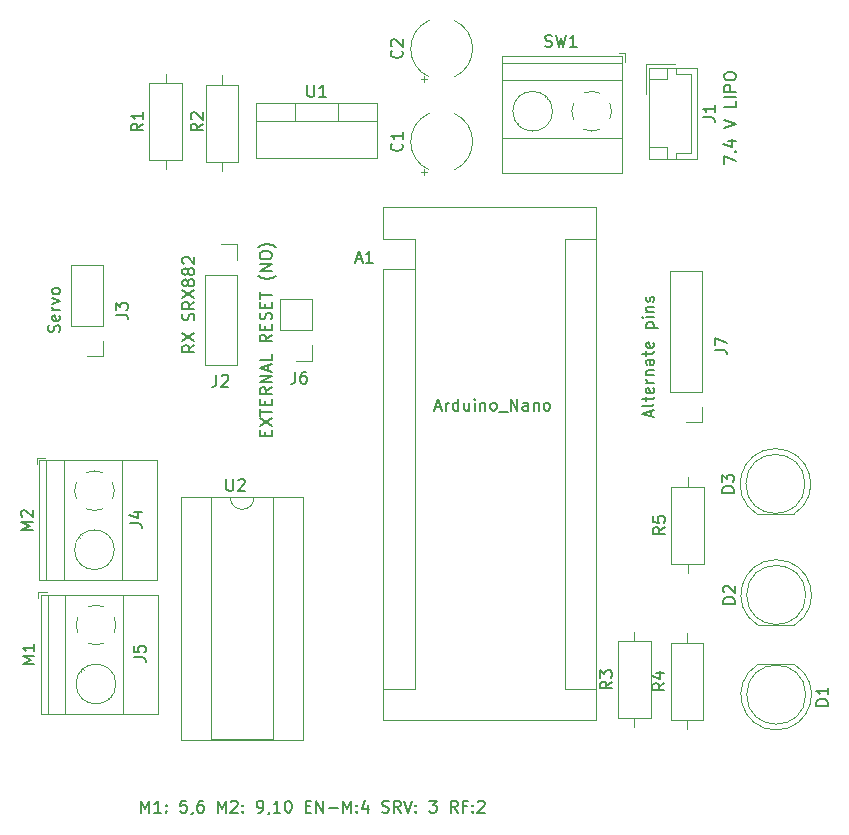
<source format=gbr>
%TF.GenerationSoftware,KiCad,Pcbnew,(5.1.10)-1*%
%TF.CreationDate,2021-07-11T18:10:03+05:30*%
%TF.ProjectId,pcb_flip,7063625f-666c-4697-902e-6b696361645f,rev?*%
%TF.SameCoordinates,Original*%
%TF.FileFunction,Legend,Top*%
%TF.FilePolarity,Positive*%
%FSLAX46Y46*%
G04 Gerber Fmt 4.6, Leading zero omitted, Abs format (unit mm)*
G04 Created by KiCad (PCBNEW (5.1.10)-1) date 2021-07-11 18:10:03*
%MOMM*%
%LPD*%
G01*
G04 APERTURE LIST*
%ADD10C,0.120000*%
%ADD11C,0.150000*%
G04 APERTURE END LIST*
D10*
%TO.C,D2*%
X121264000Y-93428500D02*
X124354000Y-93428500D01*
X125309000Y-90868500D02*
G75*
G03*
X125309000Y-90868500I-2500000J0D01*
G01*
X122808538Y-87878500D02*
G75*
G02*
X124353830Y-93428500I462J-2990000D01*
G01*
X122809462Y-87878500D02*
G75*
G03*
X121264170Y-93428500I-462J-2990000D01*
G01*
%TO.C,U2*%
X82737000Y-82557000D02*
X72457000Y-82557000D01*
X82737000Y-103117000D02*
X82737000Y-82557000D01*
X72457000Y-103117000D02*
X82737000Y-103117000D01*
X72457000Y-82557000D02*
X72457000Y-103117000D01*
X80247000Y-82617000D02*
X78597000Y-82617000D01*
X80247000Y-103057000D02*
X80247000Y-82617000D01*
X74947000Y-103057000D02*
X80247000Y-103057000D01*
X74947000Y-82617000D02*
X74947000Y-103057000D01*
X76597000Y-82617000D02*
X74947000Y-82617000D01*
X78597000Y-82617000D02*
G75*
G02*
X76597000Y-82617000I-1000000J0D01*
G01*
%TO.C,SW1*%
X109988000Y-45011000D02*
X109488000Y-45011000D01*
X109988000Y-45751000D02*
X109988000Y-45011000D01*
X103415000Y-48888000D02*
X103462000Y-48842000D01*
X101118000Y-51186000D02*
X101153000Y-51150000D01*
X103222000Y-48672000D02*
X103257000Y-48637000D01*
X100913000Y-50980000D02*
X100960000Y-50934000D01*
X99628000Y-55172000D02*
X99628000Y-45251000D01*
X109748000Y-55172000D02*
X109748000Y-45251000D01*
X109748000Y-45251000D02*
X99628000Y-45251000D01*
X109748000Y-55172000D02*
X99628000Y-55172000D01*
X109748000Y-52212000D02*
X99628000Y-52212000D01*
X109748000Y-47311000D02*
X99628000Y-47311000D01*
X109748000Y-45811000D02*
X99628000Y-45811000D01*
X103868000Y-49911000D02*
G75*
G03*
X103868000Y-49911000I-1680000J0D01*
G01*
X107159195Y-48230747D02*
G75*
G02*
X107872000Y-48376000I28805J-1680253D01*
G01*
X108723426Y-49227958D02*
G75*
G02*
X108723000Y-50595000I-1535426J-683042D01*
G01*
X107871042Y-51446426D02*
G75*
G02*
X106504000Y-51446000I-683042J1535426D01*
G01*
X105652574Y-50594042D02*
G75*
G02*
X105653000Y-49227000I1535426J683042D01*
G01*
X106504682Y-48376244D02*
G75*
G02*
X107188000Y-48231000I683318J-1534756D01*
G01*
%TO.C,J7*%
X116519000Y-76260000D02*
X115189000Y-76260000D01*
X116519000Y-74930000D02*
X116519000Y-76260000D01*
X116519000Y-73660000D02*
X113859000Y-73660000D01*
X113859000Y-73660000D02*
X113859000Y-63440000D01*
X116519000Y-73660000D02*
X116519000Y-63440000D01*
X116519000Y-63440000D02*
X113859000Y-63440000D01*
%TO.C,J6*%
X83499000Y-71053000D02*
X82169000Y-71053000D01*
X83499000Y-69723000D02*
X83499000Y-71053000D01*
X83499000Y-68453000D02*
X80839000Y-68453000D01*
X80839000Y-68453000D02*
X80839000Y-65853000D01*
X83499000Y-68453000D02*
X83499000Y-65853000D01*
X83499000Y-65853000D02*
X80839000Y-65853000D01*
%TO.C,J5*%
X60314500Y-90608500D02*
X60314500Y-91108500D01*
X61054500Y-90608500D02*
X60314500Y-90608500D01*
X64191500Y-97181500D02*
X64145500Y-97134500D01*
X66489500Y-99478500D02*
X66453500Y-99443500D01*
X63975500Y-97374500D02*
X63940500Y-97339500D01*
X66283500Y-99683500D02*
X66237500Y-99636500D01*
X70475500Y-100968500D02*
X60554500Y-100968500D01*
X70475500Y-90848500D02*
X60554500Y-90848500D01*
X60554500Y-90848500D02*
X60554500Y-100968500D01*
X70475500Y-90848500D02*
X70475500Y-100968500D01*
X67515500Y-90848500D02*
X67515500Y-100968500D01*
X62614500Y-90848500D02*
X62614500Y-100968500D01*
X61114500Y-90848500D02*
X61114500Y-100968500D01*
X66894500Y-98408500D02*
G75*
G03*
X66894500Y-98408500I-1680000J0D01*
G01*
X63534247Y-93437305D02*
G75*
G02*
X63679500Y-92724500I1680253J28805D01*
G01*
X64531458Y-91873074D02*
G75*
G02*
X65898500Y-91873500I683042J-1535426D01*
G01*
X66749926Y-92725458D02*
G75*
G02*
X66749500Y-94092500I-1535426J-683042D01*
G01*
X65897542Y-94943926D02*
G75*
G02*
X64530500Y-94943500I-683042J1535426D01*
G01*
X63679744Y-94091818D02*
G75*
G02*
X63534500Y-93408500I1534756J683318D01*
G01*
%TO.C,J4*%
X60187500Y-79242000D02*
X60187500Y-79742000D01*
X60927500Y-79242000D02*
X60187500Y-79242000D01*
X64064500Y-85815000D02*
X64018500Y-85768000D01*
X66362500Y-88112000D02*
X66326500Y-88077000D01*
X63848500Y-86008000D02*
X63813500Y-85973000D01*
X66156500Y-88317000D02*
X66110500Y-88270000D01*
X70348500Y-89602000D02*
X60427500Y-89602000D01*
X70348500Y-79482000D02*
X60427500Y-79482000D01*
X60427500Y-79482000D02*
X60427500Y-89602000D01*
X70348500Y-79482000D02*
X70348500Y-89602000D01*
X67388500Y-79482000D02*
X67388500Y-89602000D01*
X62487500Y-79482000D02*
X62487500Y-89602000D01*
X60987500Y-79482000D02*
X60987500Y-89602000D01*
X66767500Y-87042000D02*
G75*
G03*
X66767500Y-87042000I-1680000J0D01*
G01*
X63407247Y-82070805D02*
G75*
G02*
X63552500Y-81358000I1680253J28805D01*
G01*
X64404458Y-80506574D02*
G75*
G02*
X65771500Y-80507000I683042J-1535426D01*
G01*
X66622926Y-81358958D02*
G75*
G02*
X66622500Y-82726000I-1535426J-683042D01*
G01*
X65770542Y-83577426D02*
G75*
G02*
X64403500Y-83577000I-683042J1535426D01*
G01*
X63552744Y-82725318D02*
G75*
G02*
X63407500Y-82042000I1534756J683318D01*
G01*
%TO.C,J3*%
X65782500Y-70672000D02*
X64452500Y-70672000D01*
X65782500Y-69342000D02*
X65782500Y-70672000D01*
X65782500Y-68072000D02*
X63122500Y-68072000D01*
X63122500Y-68072000D02*
X63122500Y-62932000D01*
X65782500Y-68072000D02*
X65782500Y-62932000D01*
X65782500Y-62932000D02*
X63122500Y-62932000D01*
%TO.C,J2*%
X75819000Y-61154000D02*
X77149000Y-61154000D01*
X77149000Y-61154000D02*
X77149000Y-62484000D01*
X77149000Y-63754000D02*
X77149000Y-71434000D01*
X74489000Y-71434000D02*
X77149000Y-71434000D01*
X74489000Y-63754000D02*
X74489000Y-71434000D01*
X74489000Y-63754000D02*
X77149000Y-63754000D01*
%TO.C,U1*%
X78763500Y-49244500D02*
X89003500Y-49244500D01*
X78763500Y-53885500D02*
X89003500Y-53885500D01*
X78763500Y-49244500D02*
X78763500Y-53885500D01*
X89003500Y-49244500D02*
X89003500Y-53885500D01*
X78763500Y-50754500D02*
X89003500Y-50754500D01*
X82033500Y-49244500D02*
X82033500Y-50754500D01*
X85734500Y-49244500D02*
X85734500Y-50754500D01*
%TO.C,R5*%
X115316000Y-80923000D02*
X115316000Y-81693000D01*
X115316000Y-89003000D02*
X115316000Y-88233000D01*
X113946000Y-81693000D02*
X113946000Y-88233000D01*
X116686000Y-81693000D02*
X113946000Y-81693000D01*
X116686000Y-88233000D02*
X116686000Y-81693000D01*
X113946000Y-88233000D02*
X116686000Y-88233000D01*
%TO.C,R4*%
X115252500Y-94131000D02*
X115252500Y-94901000D01*
X115252500Y-102211000D02*
X115252500Y-101441000D01*
X113882500Y-94901000D02*
X113882500Y-101441000D01*
X116622500Y-94901000D02*
X113882500Y-94901000D01*
X116622500Y-101441000D02*
X116622500Y-94901000D01*
X113882500Y-101441000D02*
X116622500Y-101441000D01*
%TO.C,R3*%
X110807500Y-94004000D02*
X110807500Y-94774000D01*
X110807500Y-102084000D02*
X110807500Y-101314000D01*
X109437500Y-94774000D02*
X109437500Y-101314000D01*
X112177500Y-94774000D02*
X109437500Y-94774000D01*
X112177500Y-101314000D02*
X112177500Y-94774000D01*
X109437500Y-101314000D02*
X112177500Y-101314000D01*
%TO.C,R2*%
X75882500Y-46887000D02*
X75882500Y-47657000D01*
X75882500Y-54967000D02*
X75882500Y-54197000D01*
X74512500Y-47657000D02*
X74512500Y-54197000D01*
X77252500Y-47657000D02*
X74512500Y-47657000D01*
X77252500Y-54197000D02*
X77252500Y-47657000D01*
X74512500Y-54197000D02*
X77252500Y-54197000D01*
%TO.C,R1*%
X71120000Y-46760000D02*
X71120000Y-47530000D01*
X71120000Y-54840000D02*
X71120000Y-54070000D01*
X69750000Y-47530000D02*
X69750000Y-54070000D01*
X72490000Y-47530000D02*
X69750000Y-47530000D01*
X72490000Y-54070000D02*
X72490000Y-47530000D01*
X69750000Y-54070000D02*
X72490000Y-54070000D01*
%TO.C,J1*%
X111753500Y-45921500D02*
X111753500Y-48421500D01*
X114253500Y-45921500D02*
X111753500Y-45921500D01*
X113553500Y-52941500D02*
X112053500Y-52941500D01*
X113553500Y-53941500D02*
X113553500Y-52941500D01*
X113553500Y-47221500D02*
X112053500Y-47221500D01*
X113553500Y-46221500D02*
X113553500Y-47221500D01*
X114363500Y-53441500D02*
X114363500Y-53941500D01*
X115573500Y-53441500D02*
X114363500Y-53441500D01*
X115573500Y-46721500D02*
X115573500Y-53441500D01*
X114363500Y-46721500D02*
X115573500Y-46721500D01*
X114363500Y-46221500D02*
X114363500Y-46721500D01*
X116073500Y-53941500D02*
X116073500Y-46221500D01*
X112053500Y-53941500D02*
X116073500Y-53941500D01*
X112053500Y-46221500D02*
X112053500Y-53941500D01*
X116073500Y-46221500D02*
X112053500Y-46221500D01*
%TO.C,D3*%
X121200500Y-84030500D02*
X124290500Y-84030500D01*
X125245500Y-81470500D02*
G75*
G03*
X125245500Y-81470500I-2500000J0D01*
G01*
X122745038Y-78480500D02*
G75*
G02*
X124290330Y-84030500I462J-2990000D01*
G01*
X122745962Y-78480500D02*
G75*
G03*
X121200670Y-84030500I-462J-2990000D01*
G01*
%TO.C,D1*%
X124354000Y-96754000D02*
X121264000Y-96754000D01*
X125309000Y-99314000D02*
G75*
G03*
X125309000Y-99314000I-2500000J0D01*
G01*
X122809462Y-102304000D02*
G75*
G02*
X121264170Y-96754000I-462J2990000D01*
G01*
X122808538Y-102304000D02*
G75*
G03*
X124353830Y-96754000I462J2990000D01*
G01*
%TO.C,C2*%
X92763000Y-47171775D02*
X93263000Y-47171775D01*
X93013000Y-47421775D02*
X93013000Y-46921775D01*
X95548000Y-42221003D02*
G75*
G02*
X95548000Y-47012997I-1060000J-2395997D01*
G01*
X93428000Y-42221003D02*
G75*
G03*
X93428000Y-47012997I1060000J-2395997D01*
G01*
%TO.C,C1*%
X92763000Y-55045775D02*
X93263000Y-55045775D01*
X93013000Y-55295775D02*
X93013000Y-54795775D01*
X95548000Y-50095003D02*
G75*
G02*
X95548000Y-54886997I-1060000J-2395997D01*
G01*
X93428000Y-50095003D02*
G75*
G03*
X93428000Y-54886997I1060000J-2395997D01*
G01*
%TO.C,A1*%
X92202000Y-63246000D02*
X92202000Y-60706000D01*
X92202000Y-60706000D02*
X89532000Y-60706000D01*
X89532000Y-63246000D02*
X89532000Y-101476000D01*
X89532000Y-58036000D02*
X89532000Y-60706000D01*
X104902000Y-60706000D02*
X107572000Y-60706000D01*
X104902000Y-60706000D02*
X104902000Y-98806000D01*
X104902000Y-98806000D02*
X107572000Y-98806000D01*
X92202000Y-63246000D02*
X89532000Y-63246000D01*
X92202000Y-63246000D02*
X92202000Y-98806000D01*
X92202000Y-98806000D02*
X89532000Y-98806000D01*
X89532000Y-101476000D02*
X107572000Y-101476000D01*
X107572000Y-101476000D02*
X107572000Y-58036000D01*
X107572000Y-58036000D02*
X89532000Y-58036000D01*
%TO.C,D2*%
D11*
X119301380Y-91606595D02*
X118301380Y-91606595D01*
X118301380Y-91368500D01*
X118349000Y-91225642D01*
X118444238Y-91130404D01*
X118539476Y-91082785D01*
X118729952Y-91035166D01*
X118872809Y-91035166D01*
X119063285Y-91082785D01*
X119158523Y-91130404D01*
X119253761Y-91225642D01*
X119301380Y-91368500D01*
X119301380Y-91606595D01*
X118396619Y-90654214D02*
X118349000Y-90606595D01*
X118301380Y-90511357D01*
X118301380Y-90273261D01*
X118349000Y-90178023D01*
X118396619Y-90130404D01*
X118491857Y-90082785D01*
X118587095Y-90082785D01*
X118729952Y-90130404D01*
X119301380Y-90701833D01*
X119301380Y-90082785D01*
%TO.C,U2*%
X76263595Y-81049880D02*
X76263595Y-81859404D01*
X76311214Y-81954642D01*
X76358833Y-82002261D01*
X76454071Y-82049880D01*
X76644547Y-82049880D01*
X76739785Y-82002261D01*
X76787404Y-81954642D01*
X76835023Y-81859404D01*
X76835023Y-81049880D01*
X77263595Y-81145119D02*
X77311214Y-81097500D01*
X77406452Y-81049880D01*
X77644547Y-81049880D01*
X77739785Y-81097500D01*
X77787404Y-81145119D01*
X77835023Y-81240357D01*
X77835023Y-81335595D01*
X77787404Y-81478452D01*
X77215976Y-82049880D01*
X77835023Y-82049880D01*
%TO.C,SW1*%
X103251166Y-44410261D02*
X103394023Y-44457880D01*
X103632119Y-44457880D01*
X103727357Y-44410261D01*
X103774976Y-44362642D01*
X103822595Y-44267404D01*
X103822595Y-44172166D01*
X103774976Y-44076928D01*
X103727357Y-44029309D01*
X103632119Y-43981690D01*
X103441642Y-43934071D01*
X103346404Y-43886452D01*
X103298785Y-43838833D01*
X103251166Y-43743595D01*
X103251166Y-43648357D01*
X103298785Y-43553119D01*
X103346404Y-43505500D01*
X103441642Y-43457880D01*
X103679738Y-43457880D01*
X103822595Y-43505500D01*
X104155928Y-43457880D02*
X104394023Y-44457880D01*
X104584500Y-43743595D01*
X104774976Y-44457880D01*
X105013071Y-43457880D01*
X105917833Y-44457880D02*
X105346404Y-44457880D01*
X105632119Y-44457880D02*
X105632119Y-43457880D01*
X105536880Y-43600738D01*
X105441642Y-43695976D01*
X105346404Y-43743595D01*
%TO.C,J7*%
X117625880Y-70119833D02*
X118340166Y-70119833D01*
X118483023Y-70167452D01*
X118578261Y-70262690D01*
X118625880Y-70405547D01*
X118625880Y-70500785D01*
X117625880Y-69738880D02*
X117625880Y-69072214D01*
X118625880Y-69500785D01*
X112180666Y-75746928D02*
X112180666Y-75270738D01*
X112466380Y-75842166D02*
X111466380Y-75508833D01*
X112466380Y-75175500D01*
X112466380Y-74699309D02*
X112418761Y-74794547D01*
X112323523Y-74842166D01*
X111466380Y-74842166D01*
X111799714Y-74461214D02*
X111799714Y-74080261D01*
X111466380Y-74318357D02*
X112323523Y-74318357D01*
X112418761Y-74270738D01*
X112466380Y-74175500D01*
X112466380Y-74080261D01*
X112418761Y-73365976D02*
X112466380Y-73461214D01*
X112466380Y-73651690D01*
X112418761Y-73746928D01*
X112323523Y-73794547D01*
X111942571Y-73794547D01*
X111847333Y-73746928D01*
X111799714Y-73651690D01*
X111799714Y-73461214D01*
X111847333Y-73365976D01*
X111942571Y-73318357D01*
X112037809Y-73318357D01*
X112133047Y-73794547D01*
X112466380Y-72889785D02*
X111799714Y-72889785D01*
X111990190Y-72889785D02*
X111894952Y-72842166D01*
X111847333Y-72794547D01*
X111799714Y-72699309D01*
X111799714Y-72604071D01*
X111799714Y-72270738D02*
X112466380Y-72270738D01*
X111894952Y-72270738D02*
X111847333Y-72223119D01*
X111799714Y-72127880D01*
X111799714Y-71985023D01*
X111847333Y-71889785D01*
X111942571Y-71842166D01*
X112466380Y-71842166D01*
X112466380Y-70937404D02*
X111942571Y-70937404D01*
X111847333Y-70985023D01*
X111799714Y-71080261D01*
X111799714Y-71270738D01*
X111847333Y-71365976D01*
X112418761Y-70937404D02*
X112466380Y-71032642D01*
X112466380Y-71270738D01*
X112418761Y-71365976D01*
X112323523Y-71413595D01*
X112228285Y-71413595D01*
X112133047Y-71365976D01*
X112085428Y-71270738D01*
X112085428Y-71032642D01*
X112037809Y-70937404D01*
X111799714Y-70604071D02*
X111799714Y-70223119D01*
X111466380Y-70461214D02*
X112323523Y-70461214D01*
X112418761Y-70413595D01*
X112466380Y-70318357D01*
X112466380Y-70223119D01*
X112418761Y-69508833D02*
X112466380Y-69604071D01*
X112466380Y-69794547D01*
X112418761Y-69889785D01*
X112323523Y-69937404D01*
X111942571Y-69937404D01*
X111847333Y-69889785D01*
X111799714Y-69794547D01*
X111799714Y-69604071D01*
X111847333Y-69508833D01*
X111942571Y-69461214D01*
X112037809Y-69461214D01*
X112133047Y-69937404D01*
X111799714Y-68270738D02*
X112799714Y-68270738D01*
X111847333Y-68270738D02*
X111799714Y-68175500D01*
X111799714Y-67985023D01*
X111847333Y-67889785D01*
X111894952Y-67842166D01*
X111990190Y-67794547D01*
X112275904Y-67794547D01*
X112371142Y-67842166D01*
X112418761Y-67889785D01*
X112466380Y-67985023D01*
X112466380Y-68175500D01*
X112418761Y-68270738D01*
X112466380Y-67365976D02*
X111799714Y-67365976D01*
X111466380Y-67365976D02*
X111514000Y-67413595D01*
X111561619Y-67365976D01*
X111514000Y-67318357D01*
X111466380Y-67365976D01*
X111561619Y-67365976D01*
X111799714Y-66889785D02*
X112466380Y-66889785D01*
X111894952Y-66889785D02*
X111847333Y-66842166D01*
X111799714Y-66746928D01*
X111799714Y-66604071D01*
X111847333Y-66508833D01*
X111942571Y-66461214D01*
X112466380Y-66461214D01*
X112418761Y-66032642D02*
X112466380Y-65937404D01*
X112466380Y-65746928D01*
X112418761Y-65651690D01*
X112323523Y-65604071D01*
X112275904Y-65604071D01*
X112180666Y-65651690D01*
X112133047Y-65746928D01*
X112133047Y-65889785D01*
X112085428Y-65985023D01*
X111990190Y-66032642D01*
X111942571Y-66032642D01*
X111847333Y-65985023D01*
X111799714Y-65889785D01*
X111799714Y-65746928D01*
X111847333Y-65651690D01*
%TO.C,J6*%
X82089666Y-71969380D02*
X82089666Y-72683666D01*
X82042047Y-72826523D01*
X81946809Y-72921761D01*
X81803952Y-72969380D01*
X81708714Y-72969380D01*
X82994428Y-71969380D02*
X82803952Y-71969380D01*
X82708714Y-72017000D01*
X82661095Y-72064619D01*
X82565857Y-72207476D01*
X82518238Y-72397952D01*
X82518238Y-72778904D01*
X82565857Y-72874142D01*
X82613476Y-72921761D01*
X82708714Y-72969380D01*
X82899190Y-72969380D01*
X82994428Y-72921761D01*
X83042047Y-72874142D01*
X83089666Y-72778904D01*
X83089666Y-72540809D01*
X83042047Y-72445571D01*
X82994428Y-72397952D01*
X82899190Y-72350333D01*
X82708714Y-72350333D01*
X82613476Y-72397952D01*
X82565857Y-72445571D01*
X82518238Y-72540809D01*
X79557571Y-77397547D02*
X79557571Y-77064214D01*
X80081380Y-76921357D02*
X80081380Y-77397547D01*
X79081380Y-77397547D01*
X79081380Y-76921357D01*
X79081380Y-76588023D02*
X80081380Y-75921357D01*
X79081380Y-75921357D02*
X80081380Y-76588023D01*
X79081380Y-75683261D02*
X79081380Y-75111833D01*
X80081380Y-75397547D02*
X79081380Y-75397547D01*
X79557571Y-74778500D02*
X79557571Y-74445166D01*
X80081380Y-74302309D02*
X80081380Y-74778500D01*
X79081380Y-74778500D01*
X79081380Y-74302309D01*
X80081380Y-73302309D02*
X79605190Y-73635642D01*
X80081380Y-73873738D02*
X79081380Y-73873738D01*
X79081380Y-73492785D01*
X79129000Y-73397547D01*
X79176619Y-73349928D01*
X79271857Y-73302309D01*
X79414714Y-73302309D01*
X79509952Y-73349928D01*
X79557571Y-73397547D01*
X79605190Y-73492785D01*
X79605190Y-73873738D01*
X80081380Y-72873738D02*
X79081380Y-72873738D01*
X80081380Y-72302309D01*
X79081380Y-72302309D01*
X79795666Y-71873738D02*
X79795666Y-71397547D01*
X80081380Y-71968976D02*
X79081380Y-71635642D01*
X80081380Y-71302309D01*
X80081380Y-70492785D02*
X80081380Y-70968976D01*
X79081380Y-70968976D01*
X80081380Y-68826119D02*
X79605190Y-69159452D01*
X80081380Y-69397547D02*
X79081380Y-69397547D01*
X79081380Y-69016595D01*
X79129000Y-68921357D01*
X79176619Y-68873738D01*
X79271857Y-68826119D01*
X79414714Y-68826119D01*
X79509952Y-68873738D01*
X79557571Y-68921357D01*
X79605190Y-69016595D01*
X79605190Y-69397547D01*
X79557571Y-68397547D02*
X79557571Y-68064214D01*
X80081380Y-67921357D02*
X80081380Y-68397547D01*
X79081380Y-68397547D01*
X79081380Y-67921357D01*
X80033761Y-67540404D02*
X80081380Y-67397547D01*
X80081380Y-67159452D01*
X80033761Y-67064214D01*
X79986142Y-67016595D01*
X79890904Y-66968976D01*
X79795666Y-66968976D01*
X79700428Y-67016595D01*
X79652809Y-67064214D01*
X79605190Y-67159452D01*
X79557571Y-67349928D01*
X79509952Y-67445166D01*
X79462333Y-67492785D01*
X79367095Y-67540404D01*
X79271857Y-67540404D01*
X79176619Y-67492785D01*
X79129000Y-67445166D01*
X79081380Y-67349928D01*
X79081380Y-67111833D01*
X79129000Y-66968976D01*
X79557571Y-66540404D02*
X79557571Y-66207071D01*
X80081380Y-66064214D02*
X80081380Y-66540404D01*
X79081380Y-66540404D01*
X79081380Y-66064214D01*
X79081380Y-65778500D02*
X79081380Y-65207071D01*
X80081380Y-65492785D02*
X79081380Y-65492785D01*
X80462333Y-63826119D02*
X80414714Y-63873738D01*
X80271857Y-63968976D01*
X80176619Y-64016595D01*
X80033761Y-64064214D01*
X79795666Y-64111833D01*
X79605190Y-64111833D01*
X79367095Y-64064214D01*
X79224238Y-64016595D01*
X79129000Y-63968976D01*
X78986142Y-63873738D01*
X78938523Y-63826119D01*
X80081380Y-63445166D02*
X79081380Y-63445166D01*
X80081380Y-62873738D01*
X79081380Y-62873738D01*
X79081380Y-62207071D02*
X79081380Y-62016595D01*
X79129000Y-61921357D01*
X79224238Y-61826119D01*
X79414714Y-61778500D01*
X79748047Y-61778500D01*
X79938523Y-61826119D01*
X80033761Y-61921357D01*
X80081380Y-62016595D01*
X80081380Y-62207071D01*
X80033761Y-62302309D01*
X79938523Y-62397547D01*
X79748047Y-62445166D01*
X79414714Y-62445166D01*
X79224238Y-62397547D01*
X79129000Y-62302309D01*
X79081380Y-62207071D01*
X80462333Y-61445166D02*
X80414714Y-61397547D01*
X80271857Y-61302309D01*
X80176619Y-61254690D01*
X80033761Y-61207071D01*
X79795666Y-61159452D01*
X79605190Y-61159452D01*
X79367095Y-61207071D01*
X79224238Y-61254690D01*
X79129000Y-61302309D01*
X78986142Y-61397547D01*
X78938523Y-61445166D01*
%TO.C,J5*%
X68413380Y-96154833D02*
X69127666Y-96154833D01*
X69270523Y-96202452D01*
X69365761Y-96297690D01*
X69413380Y-96440547D01*
X69413380Y-96535785D01*
X68413380Y-95202452D02*
X68413380Y-95678642D01*
X68889571Y-95726261D01*
X68841952Y-95678642D01*
X68794333Y-95583404D01*
X68794333Y-95345309D01*
X68841952Y-95250071D01*
X68889571Y-95202452D01*
X68984809Y-95154833D01*
X69222904Y-95154833D01*
X69318142Y-95202452D01*
X69365761Y-95250071D01*
X69413380Y-95345309D01*
X69413380Y-95583404D01*
X69365761Y-95678642D01*
X69318142Y-95726261D01*
X60006880Y-96718023D02*
X59006880Y-96718023D01*
X59721166Y-96384690D01*
X59006880Y-96051357D01*
X60006880Y-96051357D01*
X60006880Y-95051357D02*
X60006880Y-95622785D01*
X60006880Y-95337071D02*
X59006880Y-95337071D01*
X59149738Y-95432309D01*
X59244976Y-95527547D01*
X59292595Y-95622785D01*
%TO.C,J4*%
X68095880Y-84788333D02*
X68810166Y-84788333D01*
X68953023Y-84835952D01*
X69048261Y-84931190D01*
X69095880Y-85074047D01*
X69095880Y-85169285D01*
X68429214Y-83883571D02*
X69095880Y-83883571D01*
X68048261Y-84121666D02*
X68762547Y-84359761D01*
X68762547Y-83740714D01*
X59879880Y-85351523D02*
X58879880Y-85351523D01*
X59594166Y-85018190D01*
X58879880Y-84684857D01*
X59879880Y-84684857D01*
X58975119Y-84256285D02*
X58927500Y-84208666D01*
X58879880Y-84113428D01*
X58879880Y-83875333D01*
X58927500Y-83780095D01*
X58975119Y-83732476D01*
X59070357Y-83684857D01*
X59165595Y-83684857D01*
X59308452Y-83732476D01*
X59879880Y-84303904D01*
X59879880Y-83684857D01*
%TO.C,J3*%
X66889380Y-67135333D02*
X67603666Y-67135333D01*
X67746523Y-67182952D01*
X67841761Y-67278190D01*
X67889380Y-67421047D01*
X67889380Y-67516285D01*
X66889380Y-66754380D02*
X66889380Y-66135333D01*
X67270333Y-66468666D01*
X67270333Y-66325809D01*
X67317952Y-66230571D01*
X67365571Y-66182952D01*
X67460809Y-66135333D01*
X67698904Y-66135333D01*
X67794142Y-66182952D01*
X67841761Y-66230571D01*
X67889380Y-66325809D01*
X67889380Y-66611523D01*
X67841761Y-66706761D01*
X67794142Y-66754380D01*
X62126761Y-68595642D02*
X62174380Y-68452785D01*
X62174380Y-68214690D01*
X62126761Y-68119452D01*
X62079142Y-68071833D01*
X61983904Y-68024214D01*
X61888666Y-68024214D01*
X61793428Y-68071833D01*
X61745809Y-68119452D01*
X61698190Y-68214690D01*
X61650571Y-68405166D01*
X61602952Y-68500404D01*
X61555333Y-68548023D01*
X61460095Y-68595642D01*
X61364857Y-68595642D01*
X61269619Y-68548023D01*
X61222000Y-68500404D01*
X61174380Y-68405166D01*
X61174380Y-68167071D01*
X61222000Y-68024214D01*
X62126761Y-67214690D02*
X62174380Y-67309928D01*
X62174380Y-67500404D01*
X62126761Y-67595642D01*
X62031523Y-67643261D01*
X61650571Y-67643261D01*
X61555333Y-67595642D01*
X61507714Y-67500404D01*
X61507714Y-67309928D01*
X61555333Y-67214690D01*
X61650571Y-67167071D01*
X61745809Y-67167071D01*
X61841047Y-67643261D01*
X62174380Y-66738500D02*
X61507714Y-66738500D01*
X61698190Y-66738500D02*
X61602952Y-66690880D01*
X61555333Y-66643261D01*
X61507714Y-66548023D01*
X61507714Y-66452785D01*
X61507714Y-66214690D02*
X62174380Y-65976595D01*
X61507714Y-65738500D01*
X62174380Y-65214690D02*
X62126761Y-65309928D01*
X62079142Y-65357547D01*
X61983904Y-65405166D01*
X61698190Y-65405166D01*
X61602952Y-65357547D01*
X61555333Y-65309928D01*
X61507714Y-65214690D01*
X61507714Y-65071833D01*
X61555333Y-64976595D01*
X61602952Y-64928976D01*
X61698190Y-64881357D01*
X61983904Y-64881357D01*
X62079142Y-64928976D01*
X62126761Y-64976595D01*
X62174380Y-65071833D01*
X62174380Y-65214690D01*
%TO.C,J2*%
X75422166Y-72223380D02*
X75422166Y-72937666D01*
X75374547Y-73080523D01*
X75279309Y-73175761D01*
X75136452Y-73223380D01*
X75041214Y-73223380D01*
X75850738Y-72318619D02*
X75898357Y-72271000D01*
X75993595Y-72223380D01*
X76231690Y-72223380D01*
X76326928Y-72271000D01*
X76374547Y-72318619D01*
X76422166Y-72413857D01*
X76422166Y-72509095D01*
X76374547Y-72651952D01*
X75803119Y-73223380D01*
X76422166Y-73223380D01*
X73540880Y-69722571D02*
X73064690Y-70055904D01*
X73540880Y-70294000D02*
X72540880Y-70294000D01*
X72540880Y-69913047D01*
X72588500Y-69817809D01*
X72636119Y-69770190D01*
X72731357Y-69722571D01*
X72874214Y-69722571D01*
X72969452Y-69770190D01*
X73017071Y-69817809D01*
X73064690Y-69913047D01*
X73064690Y-70294000D01*
X72540880Y-69389238D02*
X73540880Y-68722571D01*
X72540880Y-68722571D02*
X73540880Y-69389238D01*
X73493261Y-67627333D02*
X73540880Y-67484476D01*
X73540880Y-67246380D01*
X73493261Y-67151142D01*
X73445642Y-67103523D01*
X73350404Y-67055904D01*
X73255166Y-67055904D01*
X73159928Y-67103523D01*
X73112309Y-67151142D01*
X73064690Y-67246380D01*
X73017071Y-67436857D01*
X72969452Y-67532095D01*
X72921833Y-67579714D01*
X72826595Y-67627333D01*
X72731357Y-67627333D01*
X72636119Y-67579714D01*
X72588500Y-67532095D01*
X72540880Y-67436857D01*
X72540880Y-67198761D01*
X72588500Y-67055904D01*
X73540880Y-66055904D02*
X73064690Y-66389238D01*
X73540880Y-66627333D02*
X72540880Y-66627333D01*
X72540880Y-66246380D01*
X72588500Y-66151142D01*
X72636119Y-66103523D01*
X72731357Y-66055904D01*
X72874214Y-66055904D01*
X72969452Y-66103523D01*
X73017071Y-66151142D01*
X73064690Y-66246380D01*
X73064690Y-66627333D01*
X72540880Y-65722571D02*
X73540880Y-65055904D01*
X72540880Y-65055904D02*
X73540880Y-65722571D01*
X72969452Y-64532095D02*
X72921833Y-64627333D01*
X72874214Y-64674952D01*
X72778976Y-64722571D01*
X72731357Y-64722571D01*
X72636119Y-64674952D01*
X72588500Y-64627333D01*
X72540880Y-64532095D01*
X72540880Y-64341619D01*
X72588500Y-64246380D01*
X72636119Y-64198761D01*
X72731357Y-64151142D01*
X72778976Y-64151142D01*
X72874214Y-64198761D01*
X72921833Y-64246380D01*
X72969452Y-64341619D01*
X72969452Y-64532095D01*
X73017071Y-64627333D01*
X73064690Y-64674952D01*
X73159928Y-64722571D01*
X73350404Y-64722571D01*
X73445642Y-64674952D01*
X73493261Y-64627333D01*
X73540880Y-64532095D01*
X73540880Y-64341619D01*
X73493261Y-64246380D01*
X73445642Y-64198761D01*
X73350404Y-64151142D01*
X73159928Y-64151142D01*
X73064690Y-64198761D01*
X73017071Y-64246380D01*
X72969452Y-64341619D01*
X72969452Y-63579714D02*
X72921833Y-63674952D01*
X72874214Y-63722571D01*
X72778976Y-63770190D01*
X72731357Y-63770190D01*
X72636119Y-63722571D01*
X72588500Y-63674952D01*
X72540880Y-63579714D01*
X72540880Y-63389238D01*
X72588500Y-63294000D01*
X72636119Y-63246380D01*
X72731357Y-63198761D01*
X72778976Y-63198761D01*
X72874214Y-63246380D01*
X72921833Y-63294000D01*
X72969452Y-63389238D01*
X72969452Y-63579714D01*
X73017071Y-63674952D01*
X73064690Y-63722571D01*
X73159928Y-63770190D01*
X73350404Y-63770190D01*
X73445642Y-63722571D01*
X73493261Y-63674952D01*
X73540880Y-63579714D01*
X73540880Y-63389238D01*
X73493261Y-63294000D01*
X73445642Y-63246380D01*
X73350404Y-63198761D01*
X73159928Y-63198761D01*
X73064690Y-63246380D01*
X73017071Y-63294000D01*
X72969452Y-63389238D01*
X72636119Y-62817809D02*
X72588500Y-62770190D01*
X72540880Y-62674952D01*
X72540880Y-62436857D01*
X72588500Y-62341619D01*
X72636119Y-62294000D01*
X72731357Y-62246380D01*
X72826595Y-62246380D01*
X72969452Y-62294000D01*
X73540880Y-62865428D01*
X73540880Y-62246380D01*
%TO.C,U1*%
X83121595Y-47696880D02*
X83121595Y-48506404D01*
X83169214Y-48601642D01*
X83216833Y-48649261D01*
X83312071Y-48696880D01*
X83502547Y-48696880D01*
X83597785Y-48649261D01*
X83645404Y-48601642D01*
X83693023Y-48506404D01*
X83693023Y-47696880D01*
X84693023Y-48696880D02*
X84121595Y-48696880D01*
X84407309Y-48696880D02*
X84407309Y-47696880D01*
X84312071Y-47839738D01*
X84216833Y-47934976D01*
X84121595Y-47982595D01*
%TO.C,R5*%
X113398380Y-85129666D02*
X112922190Y-85463000D01*
X113398380Y-85701095D02*
X112398380Y-85701095D01*
X112398380Y-85320142D01*
X112446000Y-85224904D01*
X112493619Y-85177285D01*
X112588857Y-85129666D01*
X112731714Y-85129666D01*
X112826952Y-85177285D01*
X112874571Y-85224904D01*
X112922190Y-85320142D01*
X112922190Y-85701095D01*
X112398380Y-84224904D02*
X112398380Y-84701095D01*
X112874571Y-84748714D01*
X112826952Y-84701095D01*
X112779333Y-84605857D01*
X112779333Y-84367761D01*
X112826952Y-84272523D01*
X112874571Y-84224904D01*
X112969809Y-84177285D01*
X113207904Y-84177285D01*
X113303142Y-84224904D01*
X113350761Y-84272523D01*
X113398380Y-84367761D01*
X113398380Y-84605857D01*
X113350761Y-84701095D01*
X113303142Y-84748714D01*
%TO.C,R4*%
X113334880Y-98337666D02*
X112858690Y-98671000D01*
X113334880Y-98909095D02*
X112334880Y-98909095D01*
X112334880Y-98528142D01*
X112382500Y-98432904D01*
X112430119Y-98385285D01*
X112525357Y-98337666D01*
X112668214Y-98337666D01*
X112763452Y-98385285D01*
X112811071Y-98432904D01*
X112858690Y-98528142D01*
X112858690Y-98909095D01*
X112668214Y-97480523D02*
X113334880Y-97480523D01*
X112287261Y-97718619D02*
X113001547Y-97956714D01*
X113001547Y-97337666D01*
%TO.C,R3*%
X108889880Y-98210666D02*
X108413690Y-98544000D01*
X108889880Y-98782095D02*
X107889880Y-98782095D01*
X107889880Y-98401142D01*
X107937500Y-98305904D01*
X107985119Y-98258285D01*
X108080357Y-98210666D01*
X108223214Y-98210666D01*
X108318452Y-98258285D01*
X108366071Y-98305904D01*
X108413690Y-98401142D01*
X108413690Y-98782095D01*
X107889880Y-97877333D02*
X107889880Y-97258285D01*
X108270833Y-97591619D01*
X108270833Y-97448761D01*
X108318452Y-97353523D01*
X108366071Y-97305904D01*
X108461309Y-97258285D01*
X108699404Y-97258285D01*
X108794642Y-97305904D01*
X108842261Y-97353523D01*
X108889880Y-97448761D01*
X108889880Y-97734476D01*
X108842261Y-97829714D01*
X108794642Y-97877333D01*
%TO.C,R2*%
X74239380Y-50966666D02*
X73763190Y-51300000D01*
X74239380Y-51538095D02*
X73239380Y-51538095D01*
X73239380Y-51157142D01*
X73287000Y-51061904D01*
X73334619Y-51014285D01*
X73429857Y-50966666D01*
X73572714Y-50966666D01*
X73667952Y-51014285D01*
X73715571Y-51061904D01*
X73763190Y-51157142D01*
X73763190Y-51538095D01*
X73334619Y-50585714D02*
X73287000Y-50538095D01*
X73239380Y-50442857D01*
X73239380Y-50204761D01*
X73287000Y-50109523D01*
X73334619Y-50061904D01*
X73429857Y-50014285D01*
X73525095Y-50014285D01*
X73667952Y-50061904D01*
X74239380Y-50633333D01*
X74239380Y-50014285D01*
%TO.C,R1*%
X69202380Y-50966666D02*
X68726190Y-51300000D01*
X69202380Y-51538095D02*
X68202380Y-51538095D01*
X68202380Y-51157142D01*
X68250000Y-51061904D01*
X68297619Y-51014285D01*
X68392857Y-50966666D01*
X68535714Y-50966666D01*
X68630952Y-51014285D01*
X68678571Y-51061904D01*
X68726190Y-51157142D01*
X68726190Y-51538095D01*
X69202380Y-50014285D02*
X69202380Y-50585714D01*
X69202380Y-50300000D02*
X68202380Y-50300000D01*
X68345238Y-50395238D01*
X68440476Y-50490476D01*
X68488095Y-50585714D01*
%TO.C,J1*%
X116615880Y-50414833D02*
X117330166Y-50414833D01*
X117473023Y-50462452D01*
X117568261Y-50557690D01*
X117615880Y-50700547D01*
X117615880Y-50795785D01*
X117615880Y-49414833D02*
X117615880Y-49986261D01*
X117615880Y-49700547D02*
X116615880Y-49700547D01*
X116758738Y-49795785D01*
X116853976Y-49891023D01*
X116901595Y-49986261D01*
X118387880Y-54387261D02*
X118387880Y-53720595D01*
X119387880Y-54149166D01*
X119292642Y-53339642D02*
X119340261Y-53292023D01*
X119387880Y-53339642D01*
X119340261Y-53387261D01*
X119292642Y-53339642D01*
X119387880Y-53339642D01*
X118721214Y-52434880D02*
X119387880Y-52434880D01*
X118340261Y-52672976D02*
X119054547Y-52911071D01*
X119054547Y-52292023D01*
X118387880Y-51292023D02*
X119387880Y-50958690D01*
X118387880Y-50625357D01*
X119387880Y-49053928D02*
X119387880Y-49530119D01*
X118387880Y-49530119D01*
X119387880Y-48720595D02*
X118387880Y-48720595D01*
X119387880Y-48244404D02*
X118387880Y-48244404D01*
X118387880Y-47863452D01*
X118435500Y-47768214D01*
X118483119Y-47720595D01*
X118578357Y-47672976D01*
X118721214Y-47672976D01*
X118816452Y-47720595D01*
X118864071Y-47768214D01*
X118911690Y-47863452D01*
X118911690Y-48244404D01*
X118387880Y-47053928D02*
X118387880Y-46863452D01*
X118435500Y-46768214D01*
X118530738Y-46672976D01*
X118721214Y-46625357D01*
X119054547Y-46625357D01*
X119245023Y-46672976D01*
X119340261Y-46768214D01*
X119387880Y-46863452D01*
X119387880Y-47053928D01*
X119340261Y-47149166D01*
X119245023Y-47244404D01*
X119054547Y-47292023D01*
X118721214Y-47292023D01*
X118530738Y-47244404D01*
X118435500Y-47149166D01*
X118387880Y-47053928D01*
%TO.C,D3*%
X119237880Y-82208595D02*
X118237880Y-82208595D01*
X118237880Y-81970500D01*
X118285500Y-81827642D01*
X118380738Y-81732404D01*
X118475976Y-81684785D01*
X118666452Y-81637166D01*
X118809309Y-81637166D01*
X118999785Y-81684785D01*
X119095023Y-81732404D01*
X119190261Y-81827642D01*
X119237880Y-81970500D01*
X119237880Y-82208595D01*
X118237880Y-81303833D02*
X118237880Y-80684785D01*
X118618833Y-81018119D01*
X118618833Y-80875261D01*
X118666452Y-80780023D01*
X118714071Y-80732404D01*
X118809309Y-80684785D01*
X119047404Y-80684785D01*
X119142642Y-80732404D01*
X119190261Y-80780023D01*
X119237880Y-80875261D01*
X119237880Y-81160976D01*
X119190261Y-81256214D01*
X119142642Y-81303833D01*
%TO.C,D1*%
X127198380Y-100242595D02*
X126198380Y-100242595D01*
X126198380Y-100004500D01*
X126246000Y-99861642D01*
X126341238Y-99766404D01*
X126436476Y-99718785D01*
X126626952Y-99671166D01*
X126769809Y-99671166D01*
X126960285Y-99718785D01*
X127055523Y-99766404D01*
X127150761Y-99861642D01*
X127198380Y-100004500D01*
X127198380Y-100242595D01*
X127198380Y-98718785D02*
X127198380Y-99290214D01*
X127198380Y-99004500D02*
X126198380Y-99004500D01*
X126341238Y-99099738D01*
X126436476Y-99194976D01*
X126484095Y-99290214D01*
%TO.C,C2*%
X91095142Y-44783666D02*
X91142761Y-44831285D01*
X91190380Y-44974142D01*
X91190380Y-45069380D01*
X91142761Y-45212238D01*
X91047523Y-45307476D01*
X90952285Y-45355095D01*
X90761809Y-45402714D01*
X90618952Y-45402714D01*
X90428476Y-45355095D01*
X90333238Y-45307476D01*
X90238000Y-45212238D01*
X90190380Y-45069380D01*
X90190380Y-44974142D01*
X90238000Y-44831285D01*
X90285619Y-44783666D01*
X90285619Y-44402714D02*
X90238000Y-44355095D01*
X90190380Y-44259857D01*
X90190380Y-44021761D01*
X90238000Y-43926523D01*
X90285619Y-43878904D01*
X90380857Y-43831285D01*
X90476095Y-43831285D01*
X90618952Y-43878904D01*
X91190380Y-44450333D01*
X91190380Y-43831285D01*
%TO.C,C1*%
X91095142Y-52657666D02*
X91142761Y-52705285D01*
X91190380Y-52848142D01*
X91190380Y-52943380D01*
X91142761Y-53086238D01*
X91047523Y-53181476D01*
X90952285Y-53229095D01*
X90761809Y-53276714D01*
X90618952Y-53276714D01*
X90428476Y-53229095D01*
X90333238Y-53181476D01*
X90238000Y-53086238D01*
X90190380Y-52943380D01*
X90190380Y-52848142D01*
X90238000Y-52705285D01*
X90285619Y-52657666D01*
X91190380Y-51705285D02*
X91190380Y-52276714D01*
X91190380Y-51991000D02*
X90190380Y-51991000D01*
X90333238Y-52086238D01*
X90428476Y-52181476D01*
X90476095Y-52276714D01*
%TO.C,A1*%
X87233214Y-62460166D02*
X87709404Y-62460166D01*
X87137976Y-62745880D02*
X87471309Y-61745880D01*
X87804642Y-62745880D01*
X88661785Y-62745880D02*
X88090357Y-62745880D01*
X88376071Y-62745880D02*
X88376071Y-61745880D01*
X88280833Y-61888738D01*
X88185595Y-61983976D01*
X88090357Y-62031595D01*
X93948857Y-74969666D02*
X94425047Y-74969666D01*
X93853619Y-75255380D02*
X94186952Y-74255380D01*
X94520285Y-75255380D01*
X94853619Y-75255380D02*
X94853619Y-74588714D01*
X94853619Y-74779190D02*
X94901238Y-74683952D01*
X94948857Y-74636333D01*
X95044095Y-74588714D01*
X95139333Y-74588714D01*
X95901238Y-75255380D02*
X95901238Y-74255380D01*
X95901238Y-75207761D02*
X95806000Y-75255380D01*
X95615523Y-75255380D01*
X95520285Y-75207761D01*
X95472666Y-75160142D01*
X95425047Y-75064904D01*
X95425047Y-74779190D01*
X95472666Y-74683952D01*
X95520285Y-74636333D01*
X95615523Y-74588714D01*
X95806000Y-74588714D01*
X95901238Y-74636333D01*
X96806000Y-74588714D02*
X96806000Y-75255380D01*
X96377428Y-74588714D02*
X96377428Y-75112523D01*
X96425047Y-75207761D01*
X96520285Y-75255380D01*
X96663142Y-75255380D01*
X96758380Y-75207761D01*
X96806000Y-75160142D01*
X97282190Y-75255380D02*
X97282190Y-74588714D01*
X97282190Y-74255380D02*
X97234571Y-74303000D01*
X97282190Y-74350619D01*
X97329809Y-74303000D01*
X97282190Y-74255380D01*
X97282190Y-74350619D01*
X97758380Y-74588714D02*
X97758380Y-75255380D01*
X97758380Y-74683952D02*
X97806000Y-74636333D01*
X97901238Y-74588714D01*
X98044095Y-74588714D01*
X98139333Y-74636333D01*
X98186952Y-74731571D01*
X98186952Y-75255380D01*
X98806000Y-75255380D02*
X98710761Y-75207761D01*
X98663142Y-75160142D01*
X98615523Y-75064904D01*
X98615523Y-74779190D01*
X98663142Y-74683952D01*
X98710761Y-74636333D01*
X98806000Y-74588714D01*
X98948857Y-74588714D01*
X99044095Y-74636333D01*
X99091714Y-74683952D01*
X99139333Y-74779190D01*
X99139333Y-75064904D01*
X99091714Y-75160142D01*
X99044095Y-75207761D01*
X98948857Y-75255380D01*
X98806000Y-75255380D01*
X99329809Y-75350619D02*
X100091714Y-75350619D01*
X100329809Y-75255380D02*
X100329809Y-74255380D01*
X100901238Y-75255380D01*
X100901238Y-74255380D01*
X101806000Y-75255380D02*
X101806000Y-74731571D01*
X101758380Y-74636333D01*
X101663142Y-74588714D01*
X101472666Y-74588714D01*
X101377428Y-74636333D01*
X101806000Y-75207761D02*
X101710761Y-75255380D01*
X101472666Y-75255380D01*
X101377428Y-75207761D01*
X101329809Y-75112523D01*
X101329809Y-75017285D01*
X101377428Y-74922047D01*
X101472666Y-74874428D01*
X101710761Y-74874428D01*
X101806000Y-74826809D01*
X102282190Y-74588714D02*
X102282190Y-75255380D01*
X102282190Y-74683952D02*
X102329809Y-74636333D01*
X102425047Y-74588714D01*
X102567904Y-74588714D01*
X102663142Y-74636333D01*
X102710761Y-74731571D01*
X102710761Y-75255380D01*
X103329809Y-75255380D02*
X103234571Y-75207761D01*
X103186952Y-75160142D01*
X103139333Y-75064904D01*
X103139333Y-74779190D01*
X103186952Y-74683952D01*
X103234571Y-74636333D01*
X103329809Y-74588714D01*
X103472666Y-74588714D01*
X103567904Y-74636333D01*
X103615523Y-74683952D01*
X103663142Y-74779190D01*
X103663142Y-75064904D01*
X103615523Y-75160142D01*
X103567904Y-75207761D01*
X103472666Y-75255380D01*
X103329809Y-75255380D01*
X69066000Y-109291380D02*
X69066000Y-108291380D01*
X69399333Y-109005666D01*
X69732666Y-108291380D01*
X69732666Y-109291380D01*
X70732666Y-109291380D02*
X70161238Y-109291380D01*
X70446952Y-109291380D02*
X70446952Y-108291380D01*
X70351714Y-108434238D01*
X70256476Y-108529476D01*
X70161238Y-108577095D01*
X71161238Y-109196142D02*
X71208857Y-109243761D01*
X71161238Y-109291380D01*
X71113619Y-109243761D01*
X71161238Y-109196142D01*
X71161238Y-109291380D01*
X71161238Y-108672333D02*
X71208857Y-108719952D01*
X71161238Y-108767571D01*
X71113619Y-108719952D01*
X71161238Y-108672333D01*
X71161238Y-108767571D01*
X72875523Y-108291380D02*
X72399333Y-108291380D01*
X72351714Y-108767571D01*
X72399333Y-108719952D01*
X72494571Y-108672333D01*
X72732666Y-108672333D01*
X72827904Y-108719952D01*
X72875523Y-108767571D01*
X72923142Y-108862809D01*
X72923142Y-109100904D01*
X72875523Y-109196142D01*
X72827904Y-109243761D01*
X72732666Y-109291380D01*
X72494571Y-109291380D01*
X72399333Y-109243761D01*
X72351714Y-109196142D01*
X73399333Y-109243761D02*
X73399333Y-109291380D01*
X73351714Y-109386619D01*
X73304095Y-109434238D01*
X74256476Y-108291380D02*
X74066000Y-108291380D01*
X73970761Y-108339000D01*
X73923142Y-108386619D01*
X73827904Y-108529476D01*
X73780285Y-108719952D01*
X73780285Y-109100904D01*
X73827904Y-109196142D01*
X73875523Y-109243761D01*
X73970761Y-109291380D01*
X74161238Y-109291380D01*
X74256476Y-109243761D01*
X74304095Y-109196142D01*
X74351714Y-109100904D01*
X74351714Y-108862809D01*
X74304095Y-108767571D01*
X74256476Y-108719952D01*
X74161238Y-108672333D01*
X73970761Y-108672333D01*
X73875523Y-108719952D01*
X73827904Y-108767571D01*
X73780285Y-108862809D01*
X75542190Y-109291380D02*
X75542190Y-108291380D01*
X75875523Y-109005666D01*
X76208857Y-108291380D01*
X76208857Y-109291380D01*
X76637428Y-108386619D02*
X76685047Y-108339000D01*
X76780285Y-108291380D01*
X77018380Y-108291380D01*
X77113619Y-108339000D01*
X77161238Y-108386619D01*
X77208857Y-108481857D01*
X77208857Y-108577095D01*
X77161238Y-108719952D01*
X76589809Y-109291380D01*
X77208857Y-109291380D01*
X77637428Y-109196142D02*
X77685047Y-109243761D01*
X77637428Y-109291380D01*
X77589809Y-109243761D01*
X77637428Y-109196142D01*
X77637428Y-109291380D01*
X77637428Y-108672333D02*
X77685047Y-108719952D01*
X77637428Y-108767571D01*
X77589809Y-108719952D01*
X77637428Y-108672333D01*
X77637428Y-108767571D01*
X78923142Y-109291380D02*
X79113619Y-109291380D01*
X79208857Y-109243761D01*
X79256476Y-109196142D01*
X79351714Y-109053285D01*
X79399333Y-108862809D01*
X79399333Y-108481857D01*
X79351714Y-108386619D01*
X79304095Y-108339000D01*
X79208857Y-108291380D01*
X79018380Y-108291380D01*
X78923142Y-108339000D01*
X78875523Y-108386619D01*
X78827904Y-108481857D01*
X78827904Y-108719952D01*
X78875523Y-108815190D01*
X78923142Y-108862809D01*
X79018380Y-108910428D01*
X79208857Y-108910428D01*
X79304095Y-108862809D01*
X79351714Y-108815190D01*
X79399333Y-108719952D01*
X79875523Y-109243761D02*
X79875523Y-109291380D01*
X79827904Y-109386619D01*
X79780285Y-109434238D01*
X80827904Y-109291380D02*
X80256476Y-109291380D01*
X80542190Y-109291380D02*
X80542190Y-108291380D01*
X80446952Y-108434238D01*
X80351714Y-108529476D01*
X80256476Y-108577095D01*
X81446952Y-108291380D02*
X81542190Y-108291380D01*
X81637428Y-108339000D01*
X81685047Y-108386619D01*
X81732666Y-108481857D01*
X81780285Y-108672333D01*
X81780285Y-108910428D01*
X81732666Y-109100904D01*
X81685047Y-109196142D01*
X81637428Y-109243761D01*
X81542190Y-109291380D01*
X81446952Y-109291380D01*
X81351714Y-109243761D01*
X81304095Y-109196142D01*
X81256476Y-109100904D01*
X81208857Y-108910428D01*
X81208857Y-108672333D01*
X81256476Y-108481857D01*
X81304095Y-108386619D01*
X81351714Y-108339000D01*
X81446952Y-108291380D01*
X82970761Y-108767571D02*
X83304095Y-108767571D01*
X83446952Y-109291380D02*
X82970761Y-109291380D01*
X82970761Y-108291380D01*
X83446952Y-108291380D01*
X83875523Y-109291380D02*
X83875523Y-108291380D01*
X84446952Y-109291380D01*
X84446952Y-108291380D01*
X84923142Y-108910428D02*
X85685047Y-108910428D01*
X86161238Y-109291380D02*
X86161238Y-108291380D01*
X86494571Y-109005666D01*
X86827904Y-108291380D01*
X86827904Y-109291380D01*
X87304095Y-109196142D02*
X87351714Y-109243761D01*
X87304095Y-109291380D01*
X87256476Y-109243761D01*
X87304095Y-109196142D01*
X87304095Y-109291380D01*
X87304095Y-108672333D02*
X87351714Y-108719952D01*
X87304095Y-108767571D01*
X87256476Y-108719952D01*
X87304095Y-108672333D01*
X87304095Y-108767571D01*
X88208857Y-108624714D02*
X88208857Y-109291380D01*
X87970761Y-108243761D02*
X87732666Y-108958047D01*
X88351714Y-108958047D01*
X89446952Y-109243761D02*
X89589809Y-109291380D01*
X89827904Y-109291380D01*
X89923142Y-109243761D01*
X89970761Y-109196142D01*
X90018380Y-109100904D01*
X90018380Y-109005666D01*
X89970761Y-108910428D01*
X89923142Y-108862809D01*
X89827904Y-108815190D01*
X89637428Y-108767571D01*
X89542190Y-108719952D01*
X89494571Y-108672333D01*
X89446952Y-108577095D01*
X89446952Y-108481857D01*
X89494571Y-108386619D01*
X89542190Y-108339000D01*
X89637428Y-108291380D01*
X89875523Y-108291380D01*
X90018380Y-108339000D01*
X91018380Y-109291380D02*
X90685047Y-108815190D01*
X90446952Y-109291380D02*
X90446952Y-108291380D01*
X90827904Y-108291380D01*
X90923142Y-108339000D01*
X90970761Y-108386619D01*
X91018380Y-108481857D01*
X91018380Y-108624714D01*
X90970761Y-108719952D01*
X90923142Y-108767571D01*
X90827904Y-108815190D01*
X90446952Y-108815190D01*
X91304095Y-108291380D02*
X91637428Y-109291380D01*
X91970761Y-108291380D01*
X92304095Y-109196142D02*
X92351714Y-109243761D01*
X92304095Y-109291380D01*
X92256476Y-109243761D01*
X92304095Y-109196142D01*
X92304095Y-109291380D01*
X92304095Y-108672333D02*
X92351714Y-108719952D01*
X92304095Y-108767571D01*
X92256476Y-108719952D01*
X92304095Y-108672333D01*
X92304095Y-108767571D01*
X93446952Y-108291380D02*
X94066000Y-108291380D01*
X93732666Y-108672333D01*
X93875523Y-108672333D01*
X93970761Y-108719952D01*
X94018380Y-108767571D01*
X94066000Y-108862809D01*
X94066000Y-109100904D01*
X94018380Y-109196142D01*
X93970761Y-109243761D01*
X93875523Y-109291380D01*
X93589809Y-109291380D01*
X93494571Y-109243761D01*
X93446952Y-109196142D01*
X95827904Y-109291380D02*
X95494571Y-108815190D01*
X95256476Y-109291380D02*
X95256476Y-108291380D01*
X95637428Y-108291380D01*
X95732666Y-108339000D01*
X95780285Y-108386619D01*
X95827904Y-108481857D01*
X95827904Y-108624714D01*
X95780285Y-108719952D01*
X95732666Y-108767571D01*
X95637428Y-108815190D01*
X95256476Y-108815190D01*
X96589809Y-108767571D02*
X96256476Y-108767571D01*
X96256476Y-109291380D02*
X96256476Y-108291380D01*
X96732666Y-108291380D01*
X97113619Y-109196142D02*
X97161238Y-109243761D01*
X97113619Y-109291380D01*
X97066000Y-109243761D01*
X97113619Y-109196142D01*
X97113619Y-109291380D01*
X97113619Y-108672333D02*
X97161238Y-108719952D01*
X97113619Y-108767571D01*
X97066000Y-108719952D01*
X97113619Y-108672333D01*
X97113619Y-108767571D01*
X97542190Y-108386619D02*
X97589809Y-108339000D01*
X97685047Y-108291380D01*
X97923142Y-108291380D01*
X98018380Y-108339000D01*
X98066000Y-108386619D01*
X98113619Y-108481857D01*
X98113619Y-108577095D01*
X98066000Y-108719952D01*
X97494571Y-109291380D01*
X98113619Y-109291380D01*
%TD*%
M02*

</source>
